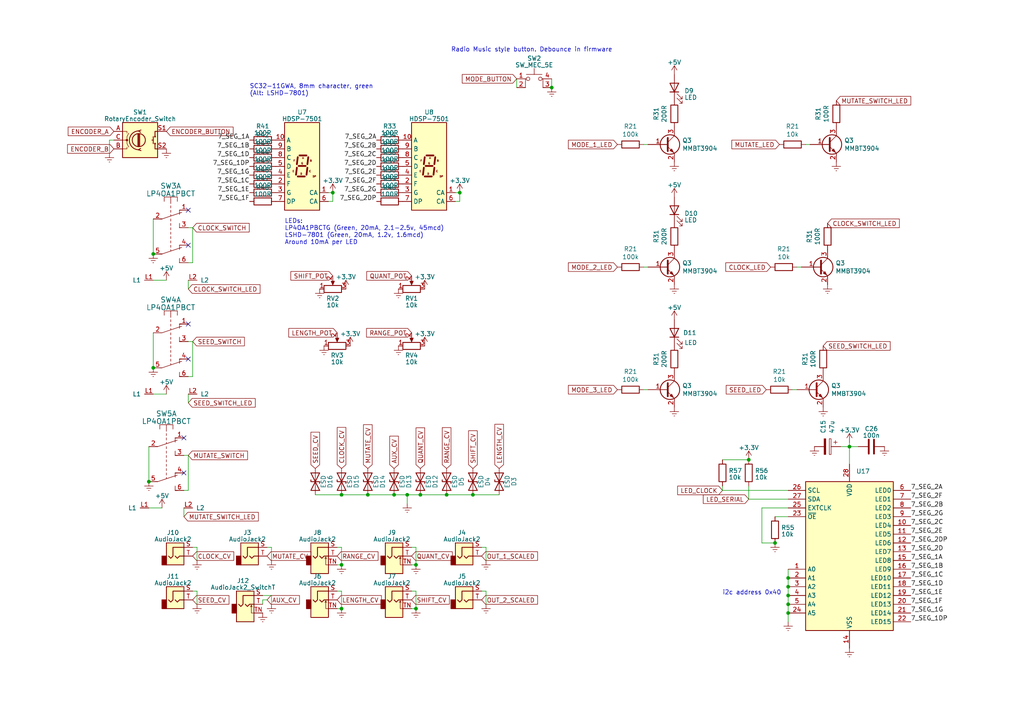
<source format=kicad_sch>
(kicad_sch (version 20231120) (generator "eeschema") (generator_version "8.0")
  (paper "A4")
  (title_block (title "Front panel components, LED drivers") (date "2023-06-07") (rev "1.1"))
  (lib_symbols
    (symbol "+3.3V_1" (power) (pin_names (offset 0))
      (property "Value" "+3.3V_1" (at 0 3.556 0))
      (symbol "+3.3V_1_1_1"
        (pin power_in line (at 0 0 90) (length 0) hide (name "+3.3V") (number "1"))
      )
    )
    (symbol "Connector_Audio:AudioJack2"
      (property "Reference" "J" (at 0 8.89 0))
      (property "Value" "AudioJack2" (at 0 6.35 0))
      (symbol "AudioJack2_1_1"
        (pin passive line (at 5.08 2.54 180) (length 2.54) (name "~") (number "S"))
        (pin passive line (at 5.08 0 180) (length 2.54) (name "~") (number "T"))
      )
    )
    (symbol "Connector_Audio:AudioJack2_SwitchT"
      (property "Reference" "J" (at 0 8.89 0))
      (property "Value" "AudioJack2_SwitchT" (at 0 6.35 0))
      (symbol "AudioJack2_SwitchT_1_1"
        (pin passive line (at 5.08 2.54 180) (length 2.54) (name "~") (number "S"))
        (pin passive line (at 5.08 0 180) (length 2.54) (name "~") (number "T"))
        (pin passive line (at 5.08 -2.54 180) (length 2.54) (name "~") (number "TN"))
      )
    )
    (symbol "Device:C" (pin_numbers hide) (pin_names (offset 0.254))
      (property "Reference" "C" (at 0.635 2.54 0))
      (property "Value" "C" (at 0.635 -2.54 0))
      (symbol "C_1_1"
        (pin passive line (at 0 3.81 270) (length 2.794) (name "~") (number "1"))
        (pin passive line (at 0 -3.81 90) (length 2.794) (name "~") (number "2"))
      )
    )
    (symbol "Device:C_Polarized" (pin_numbers hide) (pin_names (offset 0.254))
      (property "Reference" "C" (at 0.635 2.54 0))
      (property "Value" "C_Polarized" (at 0.635 -2.54 0))
      (symbol "C_Polarized_1_1"
        (pin passive line (at 0 3.81 270) (length 2.794) (name "~") (number "1"))
        (pin passive line (at 0 -3.81 90) (length 2.794) (name "~") (number "2"))
      )
    )
    (symbol "Device:LED" (pin_numbers hide) (pin_names (offset 1.016) hide)
      (property "Reference" "D" (at 0 2.54 0))
      (property "Value" "LED" (at 0 -2.54 0))
      (symbol "LED_1_1"
        (pin passive line (at -3.81 0 0) (length 2.54) (name "K") (number "1"))
        (pin passive line (at 3.81 0 180) (length 2.54) (name "A") (number "2"))
      )
    )
    (symbol "Device:R" (pin_numbers hide) (pin_names (offset 0))
      (property "Reference" "R" (at 2.032 0 90))
      (property "Value" "R" (at 0 0 90))
      (symbol "R_1_1"
        (pin passive line (at 0 3.81 270) (length 1.27) (name "~") (number "1"))
        (pin passive line (at 0 -3.81 90) (length 1.27) (name "~") (number "2"))
      )
    )
    (symbol "Device:R_Potentiometer" (pin_names (offset 1.016) hide)
      (property "Reference" "RV" (at -4.445 0 90))
      (property "Value" "R_Potentiometer" (at -2.54 0 90))
      (symbol "R_Potentiometer_1_1"
        (pin passive line (at 0 3.81 270) (length 1.27) (name "1") (number "1"))
        (pin passive line (at 3.81 0 180) (length 1.27) (name "2") (number "2"))
        (pin passive line (at 0 -3.81 90) (length 1.27) (name "3") (number "3"))
      )
    )
    (symbol "Device:RotaryEncoder_Switch" (pin_names (offset 0.254) hide)
      (property "Reference" "SW" (at 0 6.604 0))
      (property "Value" "RotaryEncoder_Switch" (at 0 -6.604 0))
      (symbol "RotaryEncoder_Switch_1_1"
        (pin passive line (at -7.62 2.54 0) (length 2.54) (name "A") (number "A"))
        (pin passive line (at -7.62 -2.54 0) (length 2.54) (name "B") (number "B"))
        (pin passive line (at -7.62 0 0) (length 2.54) (name "C") (number "C"))
        (pin passive line (at 7.62 2.54 180) (length 2.54) (name "S1") (number "S1"))
        (pin passive line (at 7.62 -2.54 180) (length 2.54) (name "S2") (number "S2"))
      )
    )
    (symbol "Display_Character:HDSP-7501"
      (property "Reference" "U" (at -3.81 13.97 0))
      (property "Value" "HDSP-7501" (at 6.35 13.97 0))
      (symbol "HDSP-7501_1_0"
        (text "A" (at 0.254 2.413 0) (effects (font (size 0.508 0.508))))
        (text "B" (at 2.54 1.651 0) (effects (font (size 0.508 0.508))))
        (text "C" (at 2.286 -1.397 0) (effects (font (size 0.508 0.508))))
        (text "D" (at -0.254 -2.159 0) (effects (font (size 0.508 0.508))))
        (text "DP" (at 3.556 -2.921 0) (effects (font (size 0.508 0.508))))
        (text "E" (at -2.54 -1.397 0) (effects (font (size 0.508 0.508))))
        (text "F" (at -2.286 1.651 0) (effects (font (size 0.508 0.508))))
        (text "G" (at 0 0.889 0) (effects (font (size 0.508 0.508))))
      )
      (symbol "HDSP-7501_1_1"
        (pin input line (at 7.62 -7.62 180) (length 2.54) (name "CA") (number "1"))
        (pin input line (at -7.62 7.62 0) (length 2.54) (name "A") (number "10"))
        (pin input line (at -7.62 -5.08 0) (length 2.54) (name "F") (number "2"))
        (pin input line (at -7.62 -7.62 0) (length 2.54) (name "G") (number "3"))
        (pin input line (at -7.62 -2.54 0) (length 2.54) (name "E") (number "4"))
        (pin input line (at -7.62 0 0) (length 2.54) (name "D") (number "5"))
        (pin input line (at 7.62 -10.16 180) (length 2.54) (name "CA") (number "6"))
        (pin input line (at -7.62 -10.16 0) (length 2.54) (name "DP") (number "7"))
        (pin input line (at -7.62 2.54 0) (length 2.54) (name "C") (number "8"))
        (pin input line (at -7.62 5.08 0) (length 2.54) (name "B") (number "9"))
      )
    )
    (symbol "Divergent Waves:ESD" (pin_numbers hide) (pin_names (offset 1.016) hide)
      (property "Reference" "D" (at 0 2.54 0))
      (property "Value" "ESD" (at 0 -2.54 0))
      (symbol "ESD_1_1"
        (pin passive line (at -3.81 0 0) (length 2.54) (name "A1") (number "1"))
        (pin passive line (at 3.81 0 180) (length 2.54) (name "A2") (number "2"))
      )
    )
    (symbol "Divergent Waves:LP4OA1PBCT" (pin_names (offset 1.016))
      (property "Reference" "SW1" (at 7.62 6.35 0))
      (property "Value" "LP4OA1PBCT" (at -6.35 11.43 0))
      (symbol "LP4OA1PBCT_1_0"
        (pin passive line (at 5.08 6.35 180) (length 2.54) (name "A1") (number "1"))
        (pin passive line (at -5.08 3.81 0) (length 2.54) (name "A2") (number "2"))
        (pin passive line (at 5.08 1.27 180) (length 2.54) (name "A3") (number "3"))
        (pin passive line (at 5.08 -3.81 180) (length 2.54) (name "B1") (number "4"))
        (pin passive line (at -5.08 -6.35 0) (length 2.54) (name "B2") (number "5"))
        (pin passive line (at 5.08 -8.89 180) (length 2.54) (name "B3") (number "6"))
      )
      (symbol "LP4OA1PBCT_1_1"
        (pin input line (at -5.08 -13.97 180) (length 2.54) (name "L1") (number "L1"))
        (pin output line (at 5.08 -13.97 0) (length 2.54) (name "L2") (number "L2"))
      )
      (symbol "LP4OA1PBCT_2_0"
        (pin passive line (at 0 5.08 270) (length 2.54) (name "L1") (number "L1"))
        (pin passive line (at 0 -2.54 90) (length 2.54) (name "L2") (number "L2"))
      )
    )
    (symbol "Driver_LED:PCA9685PW"
      (property "Reference" "U" (at -12.7 22.225 0))
      (property "Value" "PCA9685PW" (at 1.27 22.225 0))
      (symbol "PCA9685PW_1_1"
        (pin input line (at -17.78 -5.08 0) (length 5.08) (name "A0") (number "1"))
        (pin output line (at 17.78 7.62 180) (length 5.08) (name "LED4") (number "10"))
        (pin output line (at 17.78 5.08 180) (length 5.08) (name "LED5") (number "11"))
        (pin output line (at 17.78 2.54 180) (length 5.08) (name "LED6") (number "12"))
        (pin output line (at 17.78 0 180) (length 5.08) (name "LED7") (number "13"))
        (pin power_in line (at 0 -27.94 90) (length 5.08) (name "VSS") (number "14"))
        (pin output line (at 17.78 -2.54 180) (length 5.08) (name "LED8") (number "15"))
        (pin output line (at 17.78 -5.08 180) (length 5.08) (name "LED9") (number "16"))
        (pin output line (at 17.78 -7.62 180) (length 5.08) (name "LED10") (number "17"))
        (pin output line (at 17.78 -10.16 180) (length 5.08) (name "LED11") (number "18"))
        (pin output line (at 17.78 -12.7 180) (length 5.08) (name "LED12") (number "19"))
        (pin input line (at -17.78 -7.62 0) (length 5.08) (name "A1") (number "2"))
        (pin output line (at 17.78 -15.24 180) (length 5.08) (name "LED13") (number "20"))
        (pin output line (at 17.78 -17.78 180) (length 5.08) (name "LED14") (number "21"))
        (pin output line (at 17.78 -20.32 180) (length 5.08) (name "LED15") (number "22"))
        (pin input line (at -17.78 10.16 0) (length 5.08) (name "~{OE}") (number "23"))
        (pin input line (at -17.78 -17.78 0) (length 5.08) (name "A5") (number "24"))
        (pin input line (at -17.78 12.7 0) (length 5.08) (name "EXTCLK") (number "25"))
        (pin input line (at -17.78 17.78 0) (length 5.08) (name "SCL") (number "26"))
        (pin bidirectional line (at -17.78 15.24 0) (length 5.08) (name "SDA") (number "27"))
        (pin power_in line (at 0 25.4 270) (length 5.08) (name "VDD") (number "28"))
        (pin input line (at -17.78 -10.16 0) (length 5.08) (name "A2") (number "3"))
        (pin input line (at -17.78 -12.7 0) (length 5.08) (name "A3") (number "4"))
        (pin input line (at -17.78 -15.24 0) (length 5.08) (name "A4") (number "5"))
        (pin output line (at 17.78 17.78 180) (length 5.08) (name "LED0") (number "6"))
        (pin output line (at 17.78 15.24 180) (length 5.08) (name "LED1") (number "7"))
        (pin output line (at 17.78 12.7 180) (length 5.08) (name "LED2") (number "8"))
        (pin output line (at 17.78 10.16 180) (length 5.08) (name "LED3") (number "9"))
      )
    )
    (symbol "Earth_4" (power) (pin_names (offset 0))
      (symbol "Earth_4_1_1"
        (pin power_in line (at 0 0 270) (length 0) hide (name "Earth") (number "1"))
      )
    )
    (symbol "Switch:SW_MEC_5E" (pin_names (offset 1.016) hide)
      (property "Reference" "SW" (at 0.635 5.715 0))
      (property "Value" "SW_MEC_5E" (at 0 -3.175 0))
      (symbol "SW_MEC_5E_0_1"
        (pin passive line (at -5.08 2.54 0) (length 2.54) (name "1") (number "1"))
        (pin passive line (at -5.08 0 0) (length 2.54) (name "2") (number "2"))
        (pin passive line (at 5.08 0 180) (length 2.54) (name "K") (number "3"))
        (pin passive line (at 5.08 2.54 180) (length 2.54) (name "A") (number "4"))
      )
    )
    (symbol "Transistor_BJT:MMBT3904" (pin_names (offset 0) hide)
      (property "Reference" "Q" (at 5.08 1.905 0))
      (property "Value" "MMBT3904" (at 5.08 0 0))
      (symbol "MMBT3904_1_1"
        (pin input line (at -5.08 0 0) (length 5.715) (name "B") (number "1"))
        (pin passive line (at 2.54 -5.08 90) (length 2.54) (name "E") (number "2"))
        (pin passive line (at 2.54 5.08 270) (length 2.54) (name "C") (number "3"))
      )
    )
    (symbol "power:+3.3V" (power) (pin_names (offset 0))
      (property "Value" "+3.3V" (at 0 3.556 0))
      (symbol "+3.3V_1_1"
        (pin power_in line (at 0 0 90) (length 0) hide (name "+3.3V") (number "1"))
      )
    )
    (symbol "power:+5V" (power) (pin_names (offset 0))
      (property "Value" "+5V" (at 0 3.556 0))
      (symbol "+5V_1_1"
        (pin power_in line (at 0 0 90) (length 0) hide (name "+5V") (number "1"))
      )
    )
    (symbol "power:Earth" (power) (pin_names (offset 0))
      (symbol "Earth_1_1"
        (pin power_in line (at 0 0 270) (length 0) hide (name "Earth") (number "1"))
      )
    )
  )
  (junction (at 160.02 25.4))
  (junction (at 228.6 177.8))
  (junction (at 118.11 143.51))
  (junction (at 228.6 167.64))
  (junction (at 106.68 143.51))
  (junction (at 120.65 163.83))
  (junction (at 137.16 143.51))
  (junction (at 228.6 175.26))
  (junction (at 120.65 176.53))
  (junction (at 44.45 106.68))
  (junction (at 43.18 139.7))
  (junction (at 99.06 143.51))
  (junction (at 114.3 143.51))
  (junction (at 99.06 176.53))
  (junction (at 217.17 133.35))
  (junction (at 228.6 170.18))
  (junction (at 129.54 143.51))
  (junction (at 228.6 172.72))
  (junction (at 224.79 157.48))
  (junction (at 133.35 55.88))
  (junction (at 96.52 55.88))
  (junction (at 99.06 163.83))
  (junction (at 246.38 129.54))
  (junction (at 121.92 143.51))
  (junction (at 44.45 73.66))
  (no_connect (at 54.61 104.14))
  (no_connect (at 53.34 127))
  (no_connect (at 54.61 60.96))
  (no_connect (at 54.61 71.12))
  (no_connect (at 54.61 93.98))
  (no_connect (at 53.34 137.16))
  (wire (pts (xy 133.35 55.88) (xy 133.35 58.42)))
  (wire (pts (xy 99.06 171.45) (xy 97.79 171.45)))
  (wire (pts (xy 96.52 58.42) (xy 95.25 58.42)))
  (wire (pts (xy 220.98 147.32) (xy 220.98 157.48)))
  (wire (pts (xy 118.11 143.51) (xy 118.11 146.05)))
  (wire (pts (xy 96.52 55.88) (xy 96.52 58.42)))
  (wire (pts (xy 57.15 162.56) (xy 57.15 158.75)))
  (wire (pts (xy 224.79 149.86) (xy 228.6 149.86)))
  (wire (pts (xy 44.45 96.52) (xy 44.45 106.68)))
  (wire (pts (xy 97.79 163.83) (xy 99.06 163.83)))
  (wire (pts (xy 228.6 147.32) (xy 220.98 147.32)))
  (wire (pts (xy 96.52 55.88) (xy 95.25 55.88)))
  (wire (pts (xy 120.65 171.45) (xy 119.38 171.45)))
  (wire (pts (xy 144.78 143.51) (xy 137.16 143.51)))
  (wire (pts (xy 140.97 158.75) (xy 139.7 158.75)))
  (wire (pts (xy 97.79 176.53) (xy 99.06 176.53)))
  (wire (pts (xy 55.88 109.22) (xy 54.61 109.22)))
  (wire (pts (xy 43.18 129.54) (xy 43.18 139.7)))
  (wire (pts (xy 106.68 143.51) (xy 99.06 143.51)))
  (wire (pts (xy 133.35 58.42) (xy 132.08 58.42)))
  (wire (pts (xy 186.69 113.03) (xy 187.96 113.03)))
  (wire (pts (xy 246.38 128.27) (xy 246.38 129.54)))
  (wire (pts (xy 160.02 22.86) (xy 160.02 25.4)))
  (wire (pts (xy 119.38 176.53) (xy 120.65 176.53)))
  (wire (pts (xy 78.74 158.75) (xy 77.47 158.75)))
  (wire (pts (xy 43.18 147.32) (xy 46.99 147.32)))
  (wire (pts (xy 149.86 22.86) (xy 149.86 25.4)))
  (wire (pts (xy 209.55 133.35) (xy 217.17 133.35)))
  (wire (pts (xy 228.6 170.18) (xy 228.6 172.72)))
  (wire (pts (xy 57.15 175.26) (xy 57.15 171.45)))
  (wire (pts (xy 44.45 81.28) (xy 48.26 81.28)))
  (wire (pts (xy 137.16 143.51) (xy 129.54 143.51)))
  (wire (pts (xy 57.15 171.45) (xy 55.88 171.45)))
  (wire (pts (xy 44.45 63.5) (xy 44.45 73.66)))
  (wire (pts (xy 186.69 41.91) (xy 187.96 41.91)))
  (wire (pts (xy 114.3 143.51) (xy 106.68 143.51)))
  (wire (pts (xy 120.65 158.75) (xy 119.38 158.75)))
  (wire (pts (xy 120.65 158.75) (xy 120.65 163.83)))
  (wire (pts (xy 228.6 175.26) (xy 228.6 177.8)))
  (wire (pts (xy 99.06 143.51) (xy 91.44 143.51)))
  (wire (pts (xy 76.2 173.99) (xy 77.47 173.99)))
  (wire (pts (xy 54.61 81.28) (xy 54.61 83.82)))
  (wire (pts (xy 54.61 66.04) (xy 55.88 66.04)))
  (wire (pts (xy 54.61 142.24) (xy 53.34 142.24)))
  (wire (pts (xy 228.6 165.1) (xy 228.6 167.64)))
  (wire (pts (xy 54.61 99.06) (xy 55.88 99.06)))
  (wire (pts (xy 53.34 147.32) (xy 53.34 149.86)))
  (wire (pts (xy 99.06 158.75) (xy 97.79 158.75)))
  (wire (pts (xy 99.06 171.45) (xy 99.06 176.53)))
  (wire (pts (xy 243.84 129.54) (xy 246.38 129.54)))
  (wire (pts (xy 186.69 77.47) (xy 187.96 77.47)))
  (wire (pts (xy 140.97 171.45) (xy 139.7 171.45)))
  (wire (pts (xy 99.06 158.75) (xy 99.06 163.83)))
  (wire (pts (xy 53.34 132.08) (xy 54.61 132.08)))
  (wire (pts (xy 57.15 158.75) (xy 55.88 158.75)))
  (wire (pts (xy 78.74 175.26) (xy 78.74 172.72)))
  (wire (pts (xy 54.61 114.3) (xy 54.61 116.84)))
  (wire (pts (xy 121.92 143.51) (xy 118.11 143.51)))
  (wire (pts (xy 55.88 99.06) (xy 55.88 109.22)))
  (wire (pts (xy 246.38 129.54) (xy 246.38 134.62)))
  (wire (pts (xy 228.6 167.64) (xy 228.6 170.18)))
  (wire (pts (xy 54.61 132.08) (xy 54.61 142.24)))
  (wire (pts (xy 217.17 144.78) (xy 228.6 144.78)))
  (wire (pts (xy 118.11 143.51) (xy 114.3 143.51)))
  (wire (pts (xy 78.74 162.56) (xy 78.74 158.75)))
  (wire (pts (xy 119.38 163.83) (xy 120.65 163.83)))
  (wire (pts (xy 229.87 113.03) (xy 231.14 113.03)))
  (wire (pts (xy 55.88 76.2) (xy 54.61 76.2)))
  (wire (pts (xy 31.75 40.64) (xy 33.02 40.64)))
  (wire (pts (xy 140.97 162.56) (xy 140.97 158.75)))
  (wire (pts (xy 228.6 177.8) (xy 228.6 180.34)))
  (wire (pts (xy 44.45 114.3) (xy 48.26 114.3)))
  (wire (pts (xy 129.54 143.51) (xy 121.92 143.51)))
  (wire (pts (xy 133.35 55.88) (xy 132.08 55.88)))
  (wire (pts (xy 217.17 140.97) (xy 217.17 144.78)))
  (wire (pts (xy 228.6 172.72) (xy 228.6 175.26)))
  (wire (pts (xy 209.55 140.97) (xy 209.55 142.24)))
  (wire (pts (xy 246.38 129.54) (xy 248.92 129.54)))
  (wire (pts (xy 55.88 66.04) (xy 55.88 76.2)))
  (wire (pts (xy 76.2 175.26) (xy 76.2 173.99)))
  (wire (pts (xy 220.98 157.48) (xy 224.79 157.48)))
  (wire (pts (xy 78.74 172.72) (xy 76.2 172.72)))
  (wire (pts (xy 231.14 77.47) (xy 232.41 77.47)))
  (wire (pts (xy 31.75 44.45) (xy 31.75 40.64)))
  (wire (pts (xy 233.68 41.91) (xy 234.95 41.91)))
  (wire (pts (xy 120.65 171.45) (xy 120.65 176.53)))
  (wire (pts (xy 140.97 175.26) (xy 140.97 171.45)))
  (wire (pts (xy 209.55 142.24) (xy 228.6 142.24)))
  (text "SC32-11GWA, 8mm character, green\n(Alt: LSHD-7801)" (at 72.39 27.94 0) (effects (font (size 1.27 1.27)) (justify left bottom)))
  (text "Radio Music style button. Debounce in firmware" (at 130.81 15.24 0) (effects (font (size 1.27 1.27)) (justify left bottom)))
  (text "LEDs:\nLP4OA1PBCTG (Green, 20mA, 2.1-2.5v, 45mcd)\nLSHD-7801 (Green, 20mA, 1.2v, 1.6mcd)\nAround 10mA per LED" (at 82.55 71.12 0) (effects (font (size 1.27 1.27)) (justify left bottom)))
  (text "i2c address 0x40" (at 209.55 172.72 0) (effects (font (size 1.27 1.27)) (justify left bottom)))
  (label "7_SEG_1F" (at 72.39 58.42 180))
  (label "7_SEG_2E" (at 264.16 154.94 0))
  (label "7_SEG_1D" (at 264.16 170.18 0))
  (label "7_SEG_2C" (at 264.16 152.4 0))
  (label "7_SEG_2F" (at 109.22 53.34 180))
  (label "7_SEG_2A" (at 109.22 40.64 180))
  (label "7_SEG_1DP" (at 264.16 180.34 0))
  (label "7_SEG_2A" (at 264.16 142.24 0))
  (label "7_SEG_2F" (at 264.16 144.78 0))
  (label "7_SEG_2B" (at 264.16 147.32 0))
  (label "7_SEG_1E" (at 264.16 172.72 0))
  (label "7_SEG_1D" (at 72.39 45.72 180))
  (label "7_SEG_2G" (at 109.22 55.88 180))
  (label "7_SEG_1B" (at 72.39 43.18 180))
  (label "7_SEG_1DP" (at 72.39 48.26 180))
  (label "7_SEG_1E" (at 72.39 55.88 180))
  (label "7_SEG_1A" (at 264.16 162.56 0))
  (label "7_SEG_2D" (at 264.16 160.02 0))
  (label "7_SEG_1B" (at 264.16 165.1 0))
  (label "7_SEG_1G" (at 72.39 50.8 180))
  (label "7_SEG_2C" (at 109.22 45.72 180))
  (label "7_SEG_2D" (at 109.22 48.26 180))
  (label "7_SEG_1C" (at 72.39 53.34 180))
  (label "7_SEG_1C" (at 264.16 167.64 0))
  (label "7_SEG_1G" (at 264.16 177.8 0))
  (label "7_SEG_2E" (at 109.22 50.8 180))
  (label "7_SEG_1A" (at 72.39 40.64 180))
  (label "7_SEG_2G" (at 264.16 149.86 0))
  (label "7_SEG_2DP" (at 109.22 58.42 180))
  (label "7_SEG_2DP" (at 264.16 157.48 0))
  (label "7_SEG_1F" (at 264.16 175.26 0))
  (label "7_SEG_2B" (at 109.22 43.18 180))
  (global_label "OUT_1_SCALED" (shape input) (at 139.7 161.29 0) (property "Intersheetrefs" "${INTERSHEET_REFS}" (effects (hide yes))))
  (global_label "ENCODER_BUTTON" (shape input) (at 48.26 38.1 0) (property "Intersheetrefs" "${INTERSHEET_REFS}" (effects (hide yes))))
  (global_label "MODE_1_LED" (shape input) (at 179.07 41.91 180) (property "Intersheetrefs" "${INTERSHEET_REFS}" (effects (hide yes))))
  (global_label "MUTATE_SWITCH" (shape input) (at 54.61 132.08 0) (property "Intersheetrefs" "${INTERSHEET_REFS}" (effects (hide yes))))
  (global_label "LED_CLOCK" (shape input) (at 209.55 142.24 180) (property "Intersheetrefs" "${INTERSHEET_REFS}" (effects (hide yes))))
  (global_label "CLOCK_SWITCH_LED" (shape input) (at 54.61 83.82 0) (property "Intersheetrefs" "${INTERSHEET_REFS}" (effects (hide yes))))
  (global_label "LED_SERIAL" (shape input) (at 217.17 144.78 180) (property "Intersheetrefs" "${INTERSHEET_REFS}" (effects (hide yes))))
  (global_label "SEED_CV" (shape input) (at 55.88 173.99 0) (property "Intersheetrefs" "${INTERSHEET_REFS}" (effects (hide yes))))
  (global_label "RANGE_POT" (shape input) (at 119.38 96.52 180) (property "Intersheetrefs" "${INTERSHEET_REFS}" (effects (hide yes))))
  (global_label "LENGTH_CV" (shape input) (at 144.78 135.89 90) (property "Intersheetrefs" "${INTERSHEET_REFS}" (effects (hide yes))))
  (global_label "SEED_SWITCH" (shape input) (at 55.88 99.06 0) (property "Intersheetrefs" "${INTERSHEET_REFS}" (effects (hide yes))))
  (global_label "SEED_SWITCH_LED" (shape input) (at 54.61 116.84 0) (property "Intersheetrefs" "${INTERSHEET_REFS}" (effects (hide yes))))
  (global_label "MODE_3_LED" (shape input) (at 179.07 113.03 180) (property "Intersheetrefs" "${INTERSHEET_REFS}" (effects (hide yes))))
  (global_label "MUTATE_CV" (shape input) (at 77.47 161.29 0) (property "Intersheetrefs" "${INTERSHEET_REFS}" (effects (hide yes))))
  (global_label "AUX_CV" (shape input) (at 114.3 135.89 90) (property "Intersheetrefs" "${INTERSHEET_REFS}" (effects (hide yes))))
  (global_label "ENCODER_A" (shape input) (at 33.02 38.1 180) (property "Intersheetrefs" "${INTERSHEET_REFS}" (effects (hide yes))))
  (global_label "CLOCK_SWITCH" (shape input) (at 55.88 66.04 0) (property "Intersheetrefs" "${INTERSHEET_REFS}" (effects (hide yes))))
  (global_label "SEED_CV" (shape input) (at 91.44 135.89 90) (property "Intersheetrefs" "${INTERSHEET_REFS}" (effects (hide yes))))
  (global_label "RANGE_CV" (shape input) (at 97.79 161.29 0) (property "Intersheetrefs" "${INTERSHEET_REFS}" (effects (hide yes))))
  (global_label "MUTATE_CV" (shape input) (at 106.68 135.89 90) (property "Intersheetrefs" "${INTERSHEET_REFS}" (effects (hide yes))))
  (global_label "SHIFT_CV" (shape input) (at 137.16 135.89 90) (property "Intersheetrefs" "${INTERSHEET_REFS}" (effects (hide yes))))
  (global_label "CLOCK_CV" (shape input) (at 55.88 161.29 0) (property "Intersheetrefs" "${INTERSHEET_REFS}" (effects (hide yes))))
  (global_label "SHIFT_POT" (shape input) (at 96.52 80.01 180) (property "Intersheetrefs" "${INTERSHEET_REFS}" (effects (hide yes))))
  (global_label "SHIFT_CV" (shape input) (at 119.38 173.99 0) (property "Intersheetrefs" "${INTERSHEET_REFS}" (effects (hide yes))))
  (global_label "QUANT_CV" (shape input) (at 121.92 135.89 90) (property "Intersheetrefs" "${INTERSHEET_REFS}" (effects (hide yes))))
  (global_label "AUX_CV" (shape input) (at 77.47 173.99 0) (property "Intersheetrefs" "${INTERSHEET_REFS}" (effects (hide yes))))
  (global_label "QUANT_POT" (shape input) (at 119.38 80.01 180) (property "Intersheetrefs" "${INTERSHEET_REFS}" (effects (hide yes))))
  (global_label "CLOCK_CV" (shape input) (at 99.06 135.89 90) (property "Intersheetrefs" "${INTERSHEET_REFS}" (effects (hide yes))))
  (global_label "MUTATE_SWITCH_LED" (shape input) (at 242.57 29.21 0) (property "Intersheetrefs" "${INTERSHEET_REFS}" (effects (hide yes))))
  (global_label "SEED_LED" (shape input) (at 222.25 113.03 180) (property "Intersheetrefs" "${INTERSHEET_REFS}" (effects (hide yes))))
  (global_label "MODE_2_LED" (shape input) (at 179.07 77.47 180) (property "Intersheetrefs" "${INTERSHEET_REFS}" (effects (hide yes))))
  (global_label "MUTATE_SWITCH_LED" (shape input) (at 53.34 149.86 0) (property "Intersheetrefs" "${INTERSHEET_REFS}" (effects (hide yes))))
  (global_label "MUTATE_LED" (shape input) (at 226.06 41.91 180) (property "Intersheetrefs" "${INTERSHEET_REFS}" (effects (hide yes))))
  (global_label "MODE_BUTTON" (shape input) (at 149.86 22.86 180) (property "Intersheetrefs" "${INTERSHEET_REFS}" (effects (hide yes))))
  (global_label "CLOCK_LED" (shape input) (at 223.52 77.47 180) (property "Intersheetrefs" "${INTERSHEET_REFS}" (effects (hide yes))))
  (global_label "RANGE_CV" (shape input) (at 129.54 135.89 90) (property "Intersheetrefs" "${INTERSHEET_REFS}" (effects (hide yes))))
  (global_label "CLOCK_SWITCH_LED" (shape input) (at 240.03 64.77 0) (property "Intersheetrefs" "${INTERSHEET_REFS}" (effects (hide yes))))
  (global_label "SEED_SWITCH_LED" (shape input) (at 238.76 100.33 0) (property "Intersheetrefs" "${INTERSHEET_REFS}" (effects (hide yes))))
  (global_label "OUT_2_SCALED" (shape input) (at 139.7 173.99 0) (property "Intersheetrefs" "${INTERSHEET_REFS}" (effects (hide yes))))
  (global_label "LENGTH_POT" (shape input) (at 97.79 96.52 180) (property "Intersheetrefs" "${INTERSHEET_REFS}" (effects (hide yes))))
  (global_label "LENGTH_CV" (shape input) (at 97.79 173.99 0) (property "Intersheetrefs" "${INTERSHEET_REFS}" (effects (hide yes))))
  (global_label "ENCODER_B" (shape input) (at 33.02 43.18 180) (property "Intersheetrefs" "${INTERSHEET_REFS}" (effects (hide yes))))
  (global_label "QUANT_CV" (shape input) (at 119.38 161.29 0) (property "Intersheetrefs" "${INTERSHEET_REFS}" (effects (hide yes))))
  (symbol (lib_id "Divergent Waves:LP4OA1PBCT") (at 49.53 100.33 0) (unit 1)
    (property "Reference" "SW4" (at 49.53 86.9512 0) (effects (font (size 1.4986 1.4986))))
    (property "Value" "LP4OA1PBCT" (at 49.53 89.172 0) (effects (font (size 1.4986 1.4986))))
    (property "Footprint" "Divergent:LP4OA1PBCT" (effects (hide yes)))
  )
  (symbol (lib_id "Divergent Waves:ESD") (at 106.68 139.7 270) (unit 1)
    (property "Reference" "D14" (at 110.9599 139.7 0))
    (property "Value" "ESD" (at 109.0389 139.7 0))
    (property "Footprint" "Diode_SMD:D_0603_1608Metric_Pad1.05x0.95mm_HandSolder" (effects (hide yes)))
    (property "Datasheet" "https://www.vishay.com/docs/88301/15ke.pdf" (effects (hide yes)))
  )
  (symbol (lib_id "power:+3.3V") (at 123.19 100.33 0) (unit 1)
    (property "Reference" "#PWR011" (effects (hide yes)))
    (property "Value" "+3.3V" (at 123.19 96.8281 0))
  )
  (symbol (lib_id "power:Earth") (at 195.58 46.99 0) (unit 1)
    (property "Reference" "#PWR0121" (effects (hide yes)))
    (property "Value" "Earth" (effects (hide yes)))
    (instances (project "d6" (path "" (reference "#PWR0121") (unit 1))) (project "sycamore" (path "" (reference "#PWR032") (unit 1))))
  )
  (symbol (lib_id "Device:R") (at 76.2 43.18 90) (unit 1)
    (property "Reference" "R42" (at 76.2 39.1541 90))
    (property "Value" "100R" (at 76.2 41.0751 90))
    (property "Footprint" "Resistor_SMD:R_0603_1608Metric" (effects (hide yes)))
  )
  (symbol (lib_id "Device:R") (at 229.87 41.91 270) (unit 1)
    (property "Reference" "R21" (at 229.87 36.6522 90))
    (property "Value" "10k" (at 229.87 38.9636 90))
    (property "Footprint" "Resistor_SMD:R_0603_1608Metric" (effects (hide yes)))
    (instances (project "d6" (path "" (reference "R21") (unit 1))) (project "sycamore" (path "" (reference "R32") (unit 1))))
  )
  (symbol (lib_id "Connector_Audio:AudioJack2") (at 72.39 161.29 0) (unit 1)
    (property "Reference" "J3" (at 71.755 154.4701 0))
    (property "Value" "AudioJack2" (at 71.755 156.3911 0))
    (property "Footprint" "Connector_Audio:Jack_3.5mm_QingPu_WQP-PJ398SM_Vertical_CircularHoles" (effects (hide yes)))
  )
  (symbol (lib_id "Device:R") (at 238.76 104.14 0) (unit 1)
    (property "Reference" "R31" (at 233.5022 104.14 90))
    (property "Value" "100R" (at 235.8136 104.14 90))
    (property "Footprint" "Resistor_SMD:R_0603_1608Metric" (effects (hide yes)))
    (instances (project "d6" (path "" (reference "R31") (unit 1))) (project "sycamore" (path "" (reference "R60") (unit 1))))
  )
  (symbol (lib_name "+3.3V_1") (lib_id "power:+3.3V") (at 217.17 133.35 0) (unit 1)
    (property "Reference" "#PWR0124" (effects (hide yes)))
    (property "Value" "+3.3V" (at 217.17 129.8481 0))
  )
  (symbol (lib_id "power:Earth") (at 44.45 106.68 0) (unit 1)
    (property "Reference" "#PWR043" (effects (hide yes)))
    (property "Value" "Earth" (effects (hide yes)))
  )
  (symbol (lib_id "Device:R") (at 240.03 68.58 0) (unit 1)
    (property "Reference" "R31" (at 234.7722 68.58 90))
    (property "Value" "100R" (at 237.0836 68.58 90))
    (property "Footprint" "Resistor_SMD:R_0603_1608Metric" (effects (hide yes)))
    (instances (project "d6" (path "" (reference "R31") (unit 1))) (project "sycamore" (path "" (reference "R62") (unit 1))))
  )
  (symbol (lib_id "Device:R") (at 195.58 33.02 0) (unit 1)
    (property "Reference" "R31" (at 190.3222 33.02 90))
    (property "Value" "200R" (at 192.6336 33.02 90))
    (property "Footprint" "Resistor_SMD:R_0603_1608Metric" (effects (hide yes)))
    (instances (project "d6" (path "" (reference "R31") (unit 1))) (project "sycamore" (path "" (reference "R1") (unit 1))))
  )
  (symbol (lib_id "Divergent Waves:ESD") (at 121.92 139.7 270) (unit 1)
    (property "Reference" "D12" (at 126.1999 139.7 0))
    (property "Value" "ESD" (at 124.2789 139.7 0))
    (property "Footprint" "Diode_SMD:D_0603_1608Metric_Pad1.05x0.95mm_HandSolder" (effects (hide yes)))
    (property "Datasheet" "https://www.vishay.com/docs/88301/15ke.pdf" (effects (hide yes)))
  )
  (symbol (lib_id "power:Earth") (at 48.26 43.18 0) (unit 1)
    (property "Reference" "#PWR034" (effects (hide yes)))
    (property "Value" "Earth" (effects (hide yes)))
  )
  (symbol (lib_id "power:Earth") (at 57.15 162.56 0) (unit 1)
    (property "Reference" "#PWR061" (effects (hide yes)))
    (property "Value" "Earth" (effects (hide yes)))
  )
  (symbol (lib_id "Device:R_Potentiometer") (at 119.38 100.33 90) (unit 1)
    (property "Reference" "RV4" (at 119.38 103.0685 90))
    (property "Value" "10k" (at 119.38 104.9895 90))
    (property "Footprint" "Potentiometer_THT:Potentiometer_Alpha_RD901F-40-00D_Single_Vertical" (effects (hide yes)))
  )
  (symbol (lib_id "power:Earth") (at 240.03 82.55 0) (unit 1)
    (property "Reference" "#PWR0121" (effects (hide yes)))
    (property "Value" "Earth" (effects (hide yes)))
    (instances (project "d6" (path "" (reference "#PWR0121") (unit 1))) (project "sycamore" (path "" (reference "#PWR0110") (unit 1))))
  )
  (symbol (lib_id "power:Earth") (at 228.6 180.34 0) (unit 1)
    (property "Reference" "#PWR03" (effects (hide yes)))
    (property "Value" "Earth" (effects (hide yes)))
  )
  (symbol (lib_id "Divergent Waves:ESD") (at 137.16 139.7 270) (unit 1)
    (property "Reference" "D4" (at 141.4399 139.7 0))
    (property "Value" "ESD" (at 139.5189 139.7 0))
    (property "Footprint" "Diode_SMD:D_0603_1608Metric_Pad1.05x0.95mm_HandSolder" (effects (hide yes)))
    (property "Datasheet" "https://www.vishay.com/docs/88301/15ke.pdf" (effects (hide yes)))
  )
  (symbol (lib_id "power:Earth") (at 76.2 177.8 0) (unit 1)
    (property "Reference" "#PWR070" (effects (hide yes)))
    (property "Value" "Earth" (effects (hide yes)))
  )
  (symbol (lib_id "Divergent Waves:LP4OA1PBCT") (at 48.26 133.35 0) (unit 1)
    (property "Reference" "SW5" (at 48.26 119.9712 0) (effects (font (size 1.4986 1.4986))))
    (property "Value" "LP4OA1PBCT" (at 48.26 122.192 0) (effects (font (size 1.4986 1.4986))))
    (property "Footprint" "Divergent:LP4OA1PBCT" (effects (hide yes)))
  )
  (symbol (lib_id "power:+5V") (at 195.58 57.15 0) (unit 1)
    (property "Reference" "#PWR036" (effects (hide yes)))
    (property "Value" "+5V" (at 195.58 53.6481 0))
  )
  (symbol (lib_id "power:Earth") (at 140.97 162.56 0) (unit 1)
    (property "Reference" "#PWR055" (effects (hide yes)))
    (property "Value" "Earth" (effects (hide yes)))
  )
  (symbol (lib_id "power:Earth") (at 195.58 118.11 0) (unit 1)
    (property "Reference" "#PWR0121" (effects (hide yes)))
    (property "Value" "Earth" (effects (hide yes)))
    (instances (project "d6" (path "" (reference "#PWR0121") (unit 1))) (project "sycamore" (path "" (reference "#PWR095") (unit 1))))
  )
  (symbol (lib_id "power:+5V") (at 48.26 81.28 0) (unit 1)
    (property "Reference" "#PWR042" (effects (hide yes)))
    (property "Value" "+5V" (at 48.26 77.7781 0))
  )
  (symbol (lib_id "Connector_Audio:AudioJack2") (at 134.62 173.99 0) (unit 1)
    (property "Reference" "J5" (at 133.985 167.1701 0))
    (property "Value" "AudioJack2" (at 133.985 169.0911 0))
    (property "Footprint" "Connector_Audio:Jack_3.5mm_QingPu_WQP-PJ398SM_Vertical_CircularHoles" (effects (hide yes)))
  )
  (symbol (lib_id "Divergent Waves:ESD") (at 114.3 139.7 270) (unit 1)
    (property "Reference" "D13" (at 118.5799 139.7 0))
    (property "Value" "ESD" (at 116.6589 139.7 0))
    (property "Footprint" "Diode_SMD:D_0603_1608Metric_Pad1.05x0.95mm_HandSolder" (effects (hide yes)))
    (property "Datasheet" "https://www.vishay.com/docs/88301/15ke.pdf" (effects (hide yes)))
  )
  (symbol (lib_id "Device:R") (at 182.88 41.91 270) (unit 1)
    (property "Reference" "R21" (at 182.88 36.6522 90))
    (property "Value" "100k" (at 182.88 38.9636 90))
    (property "Footprint" "Resistor_SMD:R_0603_1608Metric" (effects (hide yes)))
    (instances (project "d6" (path "" (reference "R21") (unit 1))) (project "sycamore" (path "" (reference "R51") (unit 1))))
  )
  (symbol (lib_id "power:Earth") (at 92.71 83.82 0) (unit 1)
    (property "Reference" "#PWR049" (effects (hide yes)))
    (property "Value" "Earth" (effects (hide yes)))
  )
  (symbol (lib_id "power:Earth") (at 78.74 175.26 0) (unit 1)
    (property "Reference" "#PWR064" (effects (hide yes)))
    (property "Value" "Earth" (effects (hide yes)))
  )
  (symbol (lib_id "power:+5V") (at 48.26 114.3 0) (unit 1)
    (property "Reference" "#PWR044" (effects (hide yes)))
    (property "Value" "+5V" (at 48.26 110.7981 0))
  )
  (symbol (lib_id "power:Earth") (at 242.57 46.99 0) (unit 1)
    (property "Reference" "#PWR0121" (effects (hide yes)))
    (property "Value" "Earth" (effects (hide yes)))
    (instances (project "d6" (path "" (reference "#PWR0121") (unit 1))) (project "sycamore" (path "" (reference "#PWR0106") (unit 1))))
  )
  (symbol (lib_id "power:+3.3V") (at 101.6 100.33 0) (unit 1)
    (property "Reference" "#PWR039" (effects (hide yes)))
    (property "Value" "+3.3V" (at 101.6 96.8281 0))
  )
  (symbol (lib_name "+3.3V_1") (lib_id "power:+3.3V") (at 246.38 128.27 0) (unit 1)
    (property "Reference" "#PWR0121" (effects (hide yes)))
    (property "Value" "+3.3V" (at 246.38 124.7681 0))
  )
  (symbol (lib_id "Transistor_BJT:MMBT3904") (at 193.04 113.03 0) (unit 1)
    (property "Reference" "Q3" (at 197.8914 111.8616 0) (effects (justify left)))
    (property "Value" "MMBT3904" (at 197.8914 114.173 0) (effects (justify left)))
    (property "Footprint" "Package_TO_SOT_SMD:SOT-23" (effects (hide yes)))
    (property "Datasheet" "https://www.fairchildsemi.com/datasheets/2N/2N3904.pdf" (effects (hide yes)))
    (instances (project "d6" (path "" (reference "Q3") (unit 1))) (project "sycamore" (path "" (reference "Q6") (unit 1))))
  )
  (symbol (lib_id "Transistor_BJT:MMBT3904") (at 236.22 113.03 0) (unit 1)
    (property "Reference" "Q3" (at 241.0714 111.8616 0) (effects (justify left)))
    (property "Value" "MMBT3904" (at 241.0714 114.173 0) (effects (justify left)))
    (property "Footprint" "Package_TO_SOT_SMD:SOT-23" (effects (hide yes)))
    (property "Datasheet" "https://www.fairchildsemi.com/datasheets/2N/2N3904.pdf" (effects (hide yes)))
    (instances (project "d6" (path "" (reference "Q3") (unit 1))) (project "sycamore" (path "" (reference "Q8") (unit 1))))
  )
  (symbol (lib_id "Device:R") (at 242.57 33.02 0) (unit 1)
    (property "Reference" "R31" (at 237.3122 33.02 90))
    (property "Value" "100R" (at 239.6236 33.02 90))
    (property "Footprint" "Resistor_SMD:R_0603_1608Metric" (effects (hide yes)))
    (instances (project "d6" (path "" (reference "R31") (unit 1))) (project "sycamore" (path "" (reference "R49") (unit 1))))
  )
  (symbol (lib_id "power:Earth") (at 256.54 129.54 0) (unit 1)
    (property "Reference" "#PWR0122" (effects (hide yes)))
    (property "Value" "Earth" (effects (hide yes)))
  )
  (symbol (lib_id "power:Earth") (at 195.58 82.55 0) (unit 1)
    (property "Reference" "#PWR0121" (effects (hide yes)))
    (property "Value" "Earth" (effects (hide yes)))
    (instances (project "d6" (path "" (reference "#PWR0121") (unit 1))) (project "sycamore" (path "" (reference "#PWR040") (unit 1))))
  )
  (symbol (lib_id "Display_Character:HDSP-7501") (at 124.46 48.26 0) (unit 1)
    (property "Reference" "U8" (at 124.46 32.5501 0))
    (property "Value" "HDSP-7501" (at 124.46 34.4711 0))
    (property "Footprint" "Display_7Segment:HDSP-A151" (effects (hide yes)))
    (property "Datasheet" "https://docs.broadcom.com/docs/AV02-2553EN" (effects (hide yes)))
  )
  (symbol (lib_id "Device:R") (at 76.2 45.72 90) (unit 1)
    (property "Reference" "R43" (at 76.2 41.6941 90))
    (property "Value" "100R" (at 76.2 43.6151 90))
    (property "Footprint" "Resistor_SMD:R_0603_1608Metric" (effects (hide yes)))
  )
  (symbol (lib_id "power:Earth") (at 160.02 25.4 0) (unit 1)
    (property "Reference" "#PWR038" (effects (hide yes)))
    (property "Value" "Earth" (effects (hide yes)))
  )
  (symbol (lib_id "Switch:SW_MEC_5E") (at 154.94 25.4 0) (unit 1)
    (property "Reference" "SW2" (at 154.94 16.9291 0))
    (property "Value" "SW_MEC_5E" (at 154.94 18.8501 0))
    (property "Footprint" "Divergent:SW_D6R90_F1_LFS" (effects (hide yes)))
    (property "Datasheet" "http://www.apem.com/int/index.php?controller=attachment&id_attachment=1371" (effects (hide yes)))
  )
  (symbol (lib_id "Connector_Audio:AudioJack2_SwitchT") (at 114.3 161.29 0) (unit 1)
    (property "Reference" "J9" (at 113.665 154.4701 0))
    (property "Value" "AudioJack2" (at 113.665 156.3911 0))
    (property "Footprint" "Connector_Audio:Jack_3.5mm_QingPu_WQP-PJ398SM_Vertical_CircularHoles" (effects (hide yes)))
  )
  (symbol (lib_id "Device:R") (at 113.03 40.64 90) (unit 1)
    (property "Reference" "R33" (at 113.03 36.6141 90))
    (property "Value" "100R" (at 113.03 38.5351 90))
    (property "Footprint" "Resistor_SMD:R_0603_1608Metric" (effects (hide yes)))
  )
  (symbol (lib_id "Display_Character:HDSP-7501") (at 87.63 48.26 0) (unit 1)
    (property "Reference" "U7" (at 87.63 32.5501 0))
    (property "Value" "HDSP-7501" (at 87.63 34.4711 0))
    (property "Footprint" "Display_7Segment:HDSP-A151" (effects (hide yes)))
    (property "Datasheet" "https://docs.broadcom.com/docs/AV02-2553EN" (effects (hide yes)))
  )
  (symbol (lib_id "Connector_Audio:AudioJack2_SwitchT") (at 92.71 161.29 0) (unit 1)
    (property "Reference" "J8" (at 92.075 154.4701 0))
    (property "Value" "AudioJack2" (at 92.075 156.3911 0))
    (property "Footprint" "Connector_Audio:Jack_3.5mm_QingPu_WQP-PJ398SM_Vertical_CircularHoles" (effects (hide yes)))
  )
  (symbol (lib_id "Transistor_BJT:MMBT3904") (at 193.04 41.91 0) (unit 1)
    (property "Reference" "Q3" (at 197.8914 40.7416 0) (effects (justify left)))
    (property "Value" "MMBT3904" (at 197.8914 43.053 0) (effects (justify left)))
    (property "Footprint" "Package_TO_SOT_SMD:SOT-23" (effects (hide yes)))
    (property "Datasheet" "https://www.fairchildsemi.com/datasheets/2N/2N3904.pdf" (effects (hide yes)))
    (instances (project "d6" (path "" (reference "Q3") (unit 1))) (project "sycamore" (path "" (reference "Q4") (unit 1))))
  )
  (symbol (lib_id "power:Earth") (at 236.22 129.54 0) (unit 1)
    (property "Reference" "#PWR028" (effects (hide yes)))
    (property "Value" "Earth" (effects (hide yes)))
  )
  (symbol (lib_id "Device:R") (at 195.58 68.58 0) (unit 1)
    (property "Reference" "R31" (at 190.3222 68.58 90))
    (property "Value" "200R" (at 192.6336 68.58 90))
    (property "Footprint" "Resistor_SMD:R_0603_1608Metric" (effects (hide yes)))
    (instances (project "d6" (path "" (reference "R31") (unit 1))) (project "sycamore" (path "" (reference "R2") (unit 1))))
  )
  (symbol (lib_id "power:Earth") (at 44.45 73.66 0) (unit 1)
    (property "Reference" "#PWR041" (effects (hide yes)))
    (property "Value" "Earth" (effects (hide yes)))
  )
  (symbol (lib_id "Divergent Waves:ESD") (at 99.06 139.7 270) (unit 1)
    (property "Reference" "D15" (at 103.3399 139.7 0))
    (property "Value" "ESD" (at 101.4189 139.7 0))
    (property "Footprint" "Diode_SMD:D_0603_1608Metric_Pad1.05x0.95mm_HandSolder" (effects (hide yes)))
    (property "Datasheet" "https://www.vishay.com/docs/88301/15ke.pdf" (effects (hide yes)))
  )
  (symbol (lib_id "Device:R") (at 113.03 45.72 90) (unit 1)
    (property "Reference" "R35" (at 113.03 41.6941 90))
    (property "Value" "100R" (at 113.03 43.6151 90))
    (property "Footprint" "Resistor_SMD:R_0603_1608Metric" (effects (hide yes)))
  )
  (symbol (lib_id "Device:R") (at 226.06 113.03 270) (unit 1)
    (property "Reference" "R21" (at 226.06 107.7722 90))
    (property "Value" "10k" (at 226.06 110.0836 90))
    (property "Footprint" "Resistor_SMD:R_0603_1608Metric" (effects (hide yes)))
    (instances (project "d6" (path "" (reference "R21") (unit 1))) (project "sycamore" (path "" (reference "R50") (unit 1))))
  )
  (symbol (lib_id "Device:R") (at 113.03 43.18 90) (unit 1)
    (property "Reference" "R34" (at 113.03 39.1541 90))
    (property "Value" "100R" (at 113.03 41.0751 90))
    (property "Footprint" "Resistor_SMD:R_0603_1608Metric" (effects (hide yes)))
  )
  (symbol (lib_id "Device:R") (at 113.03 58.42 90) (unit 1)
    (property "Reference" "R40" (at 113.03 54.3941 90))
    (property "Value" "100R" (at 113.03 56.3151 90))
    (property "Footprint" "Resistor_SMD:R_0603_1608Metric" (effects (hide yes)))
  )
  (symbol (lib_id "Device:R_Potentiometer") (at 119.38 83.82 90) (unit 1)
    (property "Reference" "RV1" (at 119.38 86.5585 90))
    (property "Value" "10k" (at 119.38 88.4795 90))
    (property "Footprint" "Potentiometer_THT:Potentiometer_Alpha_RD901F-40-00D_Single_Vertical" (effects (hide yes)))
  )
  (symbol (lib_id "power:Earth") (at 120.65 163.83 0) (unit 1)
    (property "Reference" "#PWR060" (effects (hide yes)))
    (property "Value" "Earth" (effects (hide yes)))
  )
  (symbol (lib_id "Connector_Audio:AudioJack2") (at 50.8 173.99 0) (unit 1)
    (property "Reference" "J11" (at 50.165 167.1701 0))
    (property "Value" "AudioJack2" (at 50.165 169.0911 0))
    (property "Footprint" "Connector_Audio:Jack_3.5mm_QingPu_WQP-PJ398SM_Vertical_CircularHoles" (effects (hide yes)))
  )
  (symbol (lib_id "power:Earth") (at 99.06 163.83 0) (unit 1)
    (property "Reference" "#PWR059" (effects (hide yes)))
    (property "Value" "Earth" (effects (hide yes)))
  )
  (symbol (lib_name "+3.3V_1") (lib_id "power:+3.3V") (at 96.52 55.88 0) (unit 1)
    (property "Reference" "#PWR031" (effects (hide yes)))
    (property "Value" "+3.3V" (at 96.52 52.3781 0))
  )
  (symbol (lib_id "power:+5V") (at 46.99 147.32 0) (unit 1)
    (property "Reference" "#PWR046" (effects (hide yes)))
    (property "Value" "+5V" (at 46.99 143.8181 0))
  )
  (symbol (lib_id "power:Earth") (at 78.74 162.56 0) (unit 1)
    (property "Reference" "#PWR063" (effects (hide yes)))
    (property "Value" "Earth" (effects (hide yes)))
  )
  (symbol (lib_id "Device:R") (at 182.88 113.03 270) (unit 1)
    (property "Reference" "R21" (at 182.88 107.7722 90))
    (property "Value" "100k" (at 182.88 110.0836 90))
    (property "Footprint" "Resistor_SMD:R_0603_1608Metric" (effects (hide yes)))
    (instances (project "d6" (path "" (reference "R21") (unit 1))) (project "sycamore" (path "" (reference "R58") (unit 1))))
  )
  (symbol (lib_id "Divergent Waves:ESD") (at 91.44 139.7 270) (unit 1)
    (property "Reference" "D16" (at 95.7199 139.7 0))
    (property "Value" "ESD" (at 93.7989 139.7 0))
    (property "Footprint" "Diode_SMD:D_0603_1608Metric_Pad1.05x0.95mm_HandSolder" (effects (hide yes)))
    (property "Datasheet" "https://www.vishay.com/docs/88301/15ke.pdf" (effects (hide yes)))
  )
  (symbol (lib_id "power:Earth") (at 238.76 118.11 0) (unit 1)
    (property "Reference" "#PWR0121" (effects (hide yes)))
    (property "Value" "Earth" (effects (hide yes)))
    (instances (project "d6" (path "" (reference "#PWR0121") (unit 1))) (project "sycamore" (path "" (reference "#PWR0108") (unit 1))))
  )
  (symbol (lib_id "Connector_Audio:AudioJack2") (at 50.8 161.29 0) (unit 1)
    (property "Reference" "J10" (at 50.165 154.4701 0))
    (property "Value" "AudioJack2" (at 50.165 156.3911 0))
    (property "Footprint" "Connector_Audio:Jack_3.5mm_QingPu_WQP-PJ398SM_Vertical_CircularHoles" (effects (hide yes)))
  )
  (symbol (lib_id "Device:R") (at 76.2 50.8 90) (unit 1)
    (property "Reference" "R45" (at 76.2 46.7741 90))
    (property "Value" "100R" (at 76.2 48.6951 90))
    (property "Footprint" "Resistor_SMD:R_0603_1608Metric" (effects (hide yes)))
  )
  (symbol (lib_id "Transistor_BJT:MMBT3904") (at 240.03 41.91 0) (unit 1)
    (property "Reference" "Q3" (at 244.8814 40.7416 0) (effects (justify left)))
    (property "Value" "MMBT3904" (at 244.8814 43.053 0) (effects (justify left)))
    (property "Footprint" "Package_TO_SOT_SMD:SOT-23" (effects (hide yes)))
    (property "Datasheet" "https://www.fairchildsemi.com/datasheets/2N/2N3904.pdf" (effects (hide yes)))
    (instances (project "d6" (path "" (reference "Q3") (unit 1))) (project "sycamore" (path "" (reference "Q7") (unit 1))))
  )
  (symbol (lib_id "Connector_Audio:AudioJack2_SwitchT") (at 114.3 173.99 0) (unit 1)
    (property "Reference" "J7" (at 113.665 167.1701 0))
    (property "Value" "AudioJack2" (at 113.665 169.0911 0))
    (property "Footprint" "Connector_Audio:Jack_3.5mm_QingPu_WQP-PJ398SM_Vertical_CircularHoles" (effects (hide yes)))
  )
  (symbol (lib_id "power:+5V") (at 195.58 21.59 0) (unit 1)
    (property "Reference" "#PWR037" (effects (hide yes)))
    (property "Value" "+5V" (at 195.58 18.0881 0))
  )
  (symbol (lib_id "power:Earth") (at 43.18 139.7 0) (unit 1)
    (property "Reference" "#PWR045" (effects (hide yes)))
    (property "Value" "Earth" (effects (hide yes)))
  )
  (symbol (lib_id "Transistor_BJT:MMBT3904") (at 237.49 77.47 0) (unit 1)
    (property "Reference" "Q3" (at 242.3414 76.3016 0) (effects (justify left)))
    (property "Value" "MMBT3904" (at 242.3414 78.613 0) (effects (justify left)))
    (property "Footprint" "Package_TO_SOT_SMD:SOT-23" (effects (hide yes)))
    (property "Datasheet" "https://www.fairchildsemi.com/datasheets/2N/2N3904.pdf" (effects (hide yes)))
    (instances (project "d6" (path "" (reference "Q3") (unit 1))) (project "sycamore" (path "" (reference "Q9") (unit 1))))
  )
  (symbol (lib_id "power:Earth") (at 93.98 100.33 0) (unit 1)
    (property "Reference" "#PWR051" (effects (hide yes)))
    (property "Value" "Earth" (effects (hide yes)))
  )
  (symbol (lib_id "Device:R") (at 113.03 53.34 90) (unit 1)
    (property "Reference" "R38" (at 113.03 49.3141 90))
    (property "Value" "100R" (at 113.03 51.2351 90))
    (property "Footprint" "Resistor_SMD:R_0603_1608Metric" (effects (hide yes)))
  )
  (symbol (lib_id "Connector_Audio:AudioJack2_SwitchT") (at 71.12 175.26 0) (unit 1)
    (property "Reference" "J12" (at 70.485 168.4401 0))
    (property "Value" "AudioJack2_SwitchT" (at 70.485 170.3611 0))
    (property "Footprint" "Connector_Audio:Jack_3.5mm_QingPu_WQP-PJ398SM_Vertical_CircularHoles" (effects (hide yes)))
  )
  (symbol (lib_id "Device:R") (at 113.03 50.8 90) (unit 1)
    (property "Reference" "R37" (at 113.03 46.7741 90))
    (property "Value" "100R" (at 113.03 48.6951 90))
    (property "Footprint" "Resistor_SMD:R_0603_1608Metric" (effects (hide yes)))
  )
  (symbol (lib_id "Divergent Waves:ESD") (at 144.78 139.7 270) (unit 1)
    (property "Reference" "D3" (at 149.0599 139.7 0))
    (property "Value" "ESD" (at 147.1389 139.7 0))
    (property "Footprint" "Diode_SMD:D_0603_1608Metric_Pad1.05x0.95mm_HandSolder" (effects (hide yes)))
    (property "Datasheet" "https://www.vishay.com/docs/88301/15ke.pdf" (effects (hide yes)))
  )
  (symbol (lib_name "Earth_4") (lib_id "power:Earth") (at 118.11 146.05 0) (unit 1)
    (property "Reference" "#PWR0111" (effects (hide yes)))
    (property "Value" "Earth" (effects (hide yes)))
  )
  (symbol (lib_id "Transistor_BJT:MMBT3904") (at 193.04 77.47 0) (unit 1)
    (property "Reference" "Q3" (at 197.8914 76.3016 0) (effects (justify left)))
    (property "Value" "MMBT3904" (at 197.8914 78.613 0) (effects (justify left)))
    (property "Footprint" "Package_TO_SOT_SMD:SOT-23" (effects (hide yes)))
    (property "Datasheet" "https://www.fairchildsemi.com/datasheets/2N/2N3904.pdf" (effects (hide yes)))
    (instances (project "d6" (path "" (reference "Q3") (unit 1))) (project "sycamore" (path "" (reference "Q5") (unit 1))))
  )
  (symbol (lib_id "Connector_Audio:AudioJack2") (at 134.62 161.29 0) (unit 1)
    (property "Reference" "J4" (at 133.985 154.4701 0))
    (property "Value" "AudioJack2" (at 133.985 156.3911 0))
    (property "Footprint" "Connector_Audio:Jack_3.5mm_QingPu_WQP-PJ398SM_Vertical_CircularHoles" (effects (hide yes)))
  )
  (symbol (lib_id "Divergent Waves:LP4OA1PBCT") (at 49.53 67.31 0) (unit 1)
    (property "Reference" "SW3" (at 49.53 53.9312 0) (effects (font (size 1.4986 1.4986))))
    (property "Value" "LP4OA1PBCT" (at 49.53 56.152 0) (effects (font (size 1.4986 1.4986))))
    (property "Footprint" "Divergent:LP4OA1PBCT" (effects (hide yes)))
  )
  (symbol (lib_id "power:+3.3V") (at 100.33 83.82 0) (unit 1)
    (property "Reference" "#PWR09" (effects (hide yes)))
    (property "Value" "+3.3V" (at 100.33 80.3181 0))
  )
  (symbol (lib_id "power:+3.3V") (at 123.19 83.82 0) (unit 1)
    (property "Reference" "#PWR07" (effects (hide yes)))
    (property "Value" "+3.3V" (at 123.19 80.3181 0))
  )
  (symbol (lib_id "Device:R") (at 76.2 58.42 90) (unit 1)
    (property "Reference" "R48" (at 76.2 54.3941 90))
    (property "Value" "100R" (at 76.2 56.3151 90))
    (property "Footprint" "Resistor_SMD:R_0603_1608Metric" (effects (hide yes)))
  )
  (symbol (lib_id "Device:RotaryEncoder_Switch") (at 40.64 40.64 0) (unit 1)
    (property "Reference" "SW1" (at 40.64 32.5501 0))
    (property "Value" "RotaryEncoder_Switch" (at 40.64 34.4711 0))
    (property "Footprint" "Rotary_Encoder:RotaryEncoder_Alps_EC12E-Switch_Vertical_H20mm" (effects (hide yes)))
  )
  (symbol (lib_id "Device:R") (at 217.17 137.16 0) (unit 1)
    (property "Reference" "R56" (at 218.948 136.5163 0) (effects (justify left)))
    (property "Value" "10k" (at 218.948 138.4373 0) (effects (justify left)))
    (property "Footprint" "Resistor_SMD:R_0603_1608Metric" (effects (hide yes)))
  )
  (symbol (lib_id "power:Earth") (at 115.57 100.33 0) (unit 1)
    (property "Reference" "#PWR053" (effects (hide yes)))
    (property "Value" "Earth" (effects (hide yes)))
  )
  (symbol (lib_id "power:Earth") (at 224.79 157.48 0) (unit 1)
    (property "Reference" "#PWR029" (effects (hide yes)))
    (property "Value" "Earth" (effects (hide yes)))
  )
  (symbol (lib_id "Device:R_Potentiometer") (at 97.79 100.33 90) (unit 1)
    (property "Reference" "RV3" (at 97.79 103.0685 90))
    (property "Value" "10k" (at 97.79 104.9895 90))
    (property "Footprint" "Potentiometer_THT:Potentiometer_Alpha_RD901F-40-00D_Single_Vertical" (effects (hide yes)))
  )
  (symbol (lib_id "Divergent Waves:ESD") (at 129.54 139.7 270) (unit 1)
    (property "Reference" "D5" (at 133.8199 139.7 0))
    (property "Value" "ESD" (at 131.8989 139.7 0))
    (property "Footprint" "Diode_SMD:D_0603_1608Metric_Pad1.05x0.95mm_HandSolder" (effects (hide yes)))
    (property "Datasheet" "https://www.vishay.com/docs/88301/15ke.pdf" (effects (hide yes)))
  )
  (symbol (lib_id "Device:C_Polarized") (at 240.03 129.54 270) (unit 1)
    (property "Reference" "C15" (at 238.76 125.73 0) (effects (justify right)))
    (property "Value" "47u" (at 241.3 125.73 0) (effects (justify right)))
    (property "Footprint" "Capacitor_SMD:CP_Elec_5x5.4" (effects (hide yes)))
    (instances (project "sycamore" (path "" (reference "C15") (unit 1))) (project "formant-filter" (path "" (reference "C10") (unit 1))))
  )
  (symbol (lib_id "Device:R_Potentiometer") (at 96.52 83.82 90) (unit 1)
    (property "Reference" "RV2" (at 96.52 86.5585 90))
    (property "Value" "10k" (at 96.52 88.4795 90))
    (property "Footprint" "Potentiometer_THT:Potentiometer_Alpha_RD901F-40-00D_Single_Vertical" (effects (hide yes)))
  )
  (symbol (lib_id "Device:R") (at 113.03 48.26 90) (unit 1)
    (property "Reference" "R36" (at 113.03 44.2341 90))
    (property "Value" "100R" (at 113.03 46.1551 90))
    (property "Footprint" "Resistor_SMD:R_0603_1608Metric" (effects (hide yes)))
  )
  (symbol (lib_id "Driver_LED:PCA9685PW") (at 246.38 160.02 0) (unit 1)
    (property "Reference" "U17" (at 248.3359 136.6901 0) (effects (justify left)))
    (property "Value" "PCA9685PW" (effects (hide yes)))
    (property "Footprint" "Package_SO:TSSOP-28_4.4x9.7mm_P0.65mm" (effects (hide yes)))
    (property "Datasheet" "http://www.nxp.com/documents/data_sheet/PCA9685.pdf" (effects (hide yes)))
  )
  (symbol (lib_id "Device:R") (at 195.58 104.14 0) (unit 1)
    (property "Reference" "R31" (at 190.3222 104.14 90))
    (property "Value" "200R" (at 192.6336 104.14 90))
    (property "Footprint" "Resistor_SMD:R_0603_1608Metric" (effects (hide yes)))
    (instances (project "d6" (path "" (reference "R31") (unit 1))) (project "sycamore" (path "" (reference "R3") (unit 1))))
  )
  (symbol (lib_id "power:Earth") (at 120.65 176.53 0) (unit 1)
    (property "Reference" "#PWR058" (effects (hide yes)))
    (property "Value" "Earth" (effects (hide yes)))
  )
  (symbol (lib_id "power:Earth") (at 115.57 83.82 0) (unit 1)
    (property "Reference" "#PWR047" (effects (hide yes)))
    (property "Value" "Earth" (effects (hide yes)))
  )
  (symbol (lib_id "Device:R") (at 76.2 48.26 90) (unit 1)
    (property "Reference" "R44" (at 76.2 44.2341 90))
    (property "Value" "100R" (at 76.2 46.1551 90))
    (property "Footprint" "Resistor_SMD:R_0603_1608Metric" (effects (hide yes)))
  )
  (symbol (lib_id "power:Earth") (at 31.75 44.45 0) (unit 1)
    (property "Reference" "#PWR035" (effects (hide yes)))
    (property "Value" "Earth" (effects (hide yes)))
  )
  (symbol (lib_id "Connector_Audio:AudioJack2_SwitchT") (at 92.71 173.99 0) (unit 1)
    (property "Reference" "J6" (at 92.075 167.1701 0))
    (property "Value" "AudioJack2" (at 92.075 169.0911 0))
    (property "Footprint" "Connector_Audio:Jack_3.5mm_QingPu_WQP-PJ398SM_Vertical_CircularHoles" (effects (hide yes)))
  )
  (symbol (lib_id "Device:R") (at 209.55 137.16 0) (unit 1)
    (property "Reference" "R57" (at 211.328 136.5163 0) (effects (justify left)))
    (property "Value" "10k" (at 211.328 138.4373 0) (effects (justify left)))
    (property "Footprint" "Resistor_SMD:R_0603_1608Metric" (effects (hide yes)))
  )
  (symbol (lib_id "power:Earth") (at 99.06 176.53 0) (unit 1)
    (property "Reference" "#PWR057" (effects (hide yes)))
    (property "Value" "Earth" (effects (hide yes)))
  )
  (symbol (lib_id "power:Earth") (at 140.97 175.26 0) (unit 1)
    (property "Reference" "#PWR056" (effects (hide yes)))
    (property "Value" "Earth" (effects (hide yes)))
  )
  (symbol (lib_id "power:Earth") (at 246.38 187.96 0) (unit 1)
    (property "Reference" "#PWR0123" (effects (hide yes)))
    (property "Value" "Earth" (effects (hide yes)))
  )
  (symbol (lib_id "power:+5V") (at 195.58 92.71 0) (unit 1)
    (property "Reference" "#PWR033" (effects (hide yes)))
    (property "Value" "+5V" (at 195.58 89.2081 0))
  )
  (symbol (lib_id "Device:R") (at 224.79 153.67 0) (unit 1)
    (property "Reference" "R55" (at 226.568 153.0263 0) (effects (justify left)))
    (property "Value" "10k" (at 226.568 154.9473 0) (effects (justify left)))
    (property "Footprint" "Resistor_SMD:R_0603_1608Metric" (effects (hide yes)))
  )
  (symbol (lib_id "Device:R") (at 182.88 77.47 270) (unit 1)
    (property "Reference" "R21" (at 182.88 72.2122 90))
    (property "Value" "100k" (at 182.88 74.5236 90))
    (property "Footprint" "Resistor_SMD:R_0603_1608Metric" (effects (hide yes)))
    (instances (project "d6" (path "" (reference "R21") (unit 1))) (project "sycamore" (path "" (reference "R53") (unit 1))))
  )
  (symbol (lib_id "Device:R") (at 113.03 55.88 90) (unit 1)
    (property "Reference" "R39" (at 113.03 51.8541 90))
    (property "Value" "100R" (at 113.03 53.7751 90))
    (property "Footprint" "Resistor_SMD:R_0603_1608Metric" (effects (hide yes)))
  )
  (symbol (lib_id "Device:C") (at 252.73 129.54 90) (unit 1)
    (property "Reference" "C26" (at 252.73 124.3711 90))
    (property "Value" "100n" (at 252.73 126.2921 90))
    (property "Footprint" "Capacitor_SMD:C_0603_1608Metric" (effects (hide yes)))
  )
  (symbol (lib_id "Device:R") (at 76.2 53.34 90) (unit 1)
    (property "Reference" "R46" (at 76.2 49.3141 90))
    (property "Value" "100R" (at 76.2 51.2351 90))
    (property "Footprint" "Resistor_SMD:R_0603_1608Metric" (effects (hide yes)))
  )
  (symbol (lib_id "Device:LED") (at 195.58 96.52 90) (unit 1)
    (property "Reference" "D11" (at 198.12 96.52 90) (effects (justify right)))
    (property "Value" "LED" (at 198.501 99.3848 90) (effects (justify right)))
    (property "Footprint" "LED_SMD:LED_0805_2012Metric" (effects (hide yes)))
  )
  (symbol (lib_name "+3.3V_1") (lib_id "power:+3.3V") (at 133.35 55.88 0) (unit 1)
    (property "Reference" "#PWR030" (effects (hide yes)))
    (property "Value" "+3.3V" (at 133.35 52.3781 0))
  )
  (symbol (lib_id "Device:LED") (at 195.58 60.96 90) (unit 1)
    (property "Reference" "D10" (at 198.501 61.9038 90) (effects (justify right)))
    (property "Value" "LED" (at 198.501 63.8248 90) (effects (justify right)))
    (property "Footprint" "LED_SMD:LED_0805_2012Metric" (effects (hide yes)))
  )
  (symbol (lib_id "Device:R") (at 227.33 77.47 270) (unit 1)
    (property "Reference" "R21" (at 227.33 72.2122 90))
    (property "Value" "10k" (at 227.33 74.5236 90))
    (property "Footprint" "Resistor_SMD:R_0603_1608Metric" (effects (hide yes)))
    (instances (project "d6" (path "" (reference "R21") (unit 1))) (project "sycamore" (path "" (reference "R61") (unit 1))))
  )
  (symbol (lib_id "Device:LED") (at 195.58 25.4 90) (unit 1)
    (property "Reference" "D9" (at 198.501 26.3438 90) (effects (justify right)))
    (property "Value" "LED" (at 198.501 28.2648 90) (effects (justify right)))
    (property "Footprint" "LED_SMD:LED_0805_2012Metric" (effects (hide yes)))
  )
  (symbol (lib_id "Device:R") (at 76.2 40.64 90) (unit 1)
    (property "Reference" "R41" (at 76.2 36.6141 90))
    (property "Value" "100R" (at 76.2 38.5351 90))
    (property "Footprint" "Resistor_SMD:R_0603_1608Metric" (effects (hide yes)))
  )
  (symbol (lib_id "power:Earth") (at 57.15 175.26 0) (unit 1)
    (property "Reference" "#PWR062" (effects (hide yes)))
    (property "Value" "Earth" (effects (hide yes)))
  )
  (symbol (lib_id "Device:R") (at 76.2 55.88 90) (unit 1)
    (property "Reference" "R47" (at 76.2 51.8541 90))
    (property "Value" "100R" (at 76.2 53.7751 90))
    (property "Footprint" "Resistor_SMD:R_0603_1608Metric" (effects (hide yes)))
  )
)
</source>
